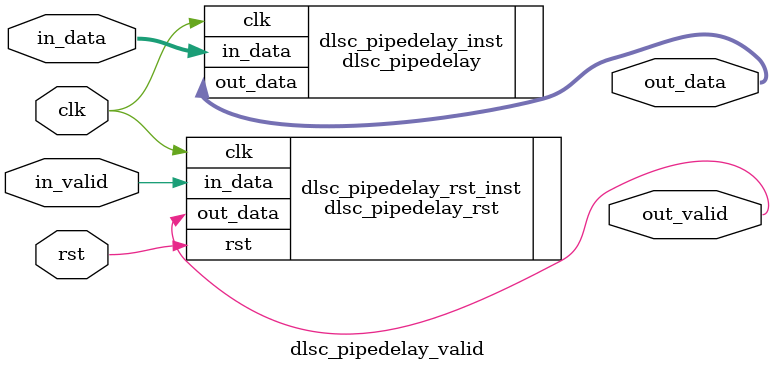
<source format=v>


module dlsc_pipedelay_valid #(
    parameter DATA      = 32,
    parameter DELAY     = 1
) (
    input   wire                clk,
    input   wire                rst,

    input   wire                in_valid,
    input   wire    [DATA-1:0]  in_data,

    output  wire                out_valid,
    output  wire    [DATA-1:0]  out_data
);

dlsc_pipedelay_rst #(
    .DATA       ( 1 ),
    .DELAY      ( DELAY ),
    .RESET      ( 1'b0 )
) dlsc_pipedelay_rst_inst (
    .clk        ( clk ),
    .rst        ( rst ),
    .in_data    ( in_valid ),
    .out_data   ( out_valid )
);

dlsc_pipedelay #(
    .DATA       ( DATA ),
    .DELAY      ( DELAY )
) dlsc_pipedelay_inst (
    .clk        ( clk ),
    .in_data    ( in_data ),
    .out_data   ( out_data )
);

endmodule
    

</source>
